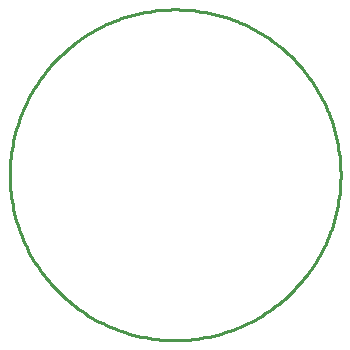
<source format=gbr>
G04 EAGLE Gerber X2 export*
%TF.Part,Single*%
%TF.FileFunction,Profile,NP*%
%TF.FilePolarity,Positive*%
%TF.GenerationSoftware,Autodesk,EAGLE,8.7.0*%
%TF.CreationDate,2018-03-12T13:44:09Z*%
G75*
%MOMM*%
%FSLAX34Y34*%
%LPD*%
%AMOC8*
5,1,8,0,0,1.08239X$1,22.5*%
G01*
%ADD10C,0.254000*%


D10*
X267719Y126581D02*
X267634Y123145D01*
X267466Y119713D01*
X267213Y116286D01*
X266876Y112867D01*
X266455Y109456D01*
X265951Y106057D01*
X265364Y102671D01*
X264693Y99301D01*
X263940Y95948D01*
X263105Y92615D01*
X262189Y89303D01*
X261191Y86015D01*
X260114Y82752D01*
X258956Y79517D01*
X257719Y76311D01*
X256404Y73136D01*
X255012Y69994D01*
X253542Y66888D01*
X251997Y63819D01*
X250378Y60788D01*
X248684Y57798D01*
X246917Y54851D01*
X245079Y51948D01*
X243170Y49090D01*
X241191Y46281D01*
X239144Y43521D01*
X237030Y40812D01*
X234850Y38156D01*
X232606Y35554D01*
X230298Y33008D01*
X227928Y30519D01*
X225499Y28089D01*
X223010Y25720D01*
X220464Y23412D01*
X217862Y21167D01*
X215205Y18987D01*
X212497Y16873D01*
X209736Y14826D01*
X206927Y12848D01*
X204070Y10939D01*
X201167Y9100D01*
X198219Y7334D01*
X195229Y5640D01*
X192199Y4020D01*
X189129Y2475D01*
X186023Y1006D01*
X182882Y-387D01*
X179707Y-1702D01*
X176501Y-2939D01*
X173265Y-4096D01*
X170003Y-5174D01*
X166714Y-6172D01*
X163402Y-7088D01*
X160069Y-7923D01*
X156716Y-8676D01*
X153346Y-9346D01*
X149960Y-9934D01*
X146561Y-10438D01*
X143151Y-10859D01*
X139731Y-11195D01*
X136304Y-11448D01*
X132872Y-11617D01*
X129437Y-11701D01*
X126000Y-11701D01*
X122565Y-11617D01*
X119133Y-11448D01*
X115706Y-11195D01*
X112286Y-10859D01*
X108876Y-10438D01*
X105477Y-9934D01*
X102091Y-9346D01*
X98721Y-8676D01*
X95368Y-7923D01*
X92035Y-7088D01*
X88723Y-6172D01*
X85435Y-5174D01*
X82172Y-4096D01*
X78936Y-2939D01*
X75730Y-1702D01*
X72556Y-387D01*
X69414Y1006D01*
X66308Y2475D01*
X63238Y4020D01*
X60208Y5640D01*
X57218Y7334D01*
X54270Y9100D01*
X51367Y10939D01*
X48510Y12848D01*
X45701Y14826D01*
X42941Y16873D01*
X40232Y18987D01*
X37575Y21167D01*
X34973Y23412D01*
X32427Y25720D01*
X29939Y28089D01*
X27509Y30519D01*
X25139Y33008D01*
X22832Y35554D01*
X20587Y38156D01*
X18407Y40812D01*
X16293Y43521D01*
X14246Y46281D01*
X12267Y49090D01*
X10358Y51948D01*
X8520Y54851D01*
X6753Y57798D01*
X5060Y60788D01*
X3440Y63819D01*
X1895Y66888D01*
X425Y69994D01*
X-967Y73136D01*
X-2282Y76311D01*
X-3519Y79517D01*
X-4676Y82752D01*
X-5754Y86015D01*
X-6752Y89303D01*
X-7668Y92615D01*
X-8503Y95948D01*
X-9256Y99301D01*
X-9927Y102671D01*
X-10514Y106057D01*
X-11018Y109456D01*
X-11439Y112867D01*
X-11776Y116286D01*
X-12029Y119713D01*
X-12197Y123145D01*
X-12281Y126581D01*
X-12281Y130017D01*
X-12197Y133452D01*
X-12029Y136884D01*
X-11776Y140311D01*
X-11439Y143731D01*
X-11018Y147142D01*
X-10514Y150541D01*
X-9927Y153926D01*
X-9256Y157297D01*
X-8503Y160649D01*
X-7668Y163983D01*
X-6752Y167295D01*
X-5754Y170583D01*
X-4676Y173846D01*
X-3519Y177081D01*
X-2282Y180287D01*
X-967Y183462D01*
X425Y186603D01*
X1895Y189710D01*
X3440Y192779D01*
X5060Y195810D01*
X6753Y198800D01*
X8520Y201747D01*
X10358Y204650D01*
X12267Y207507D01*
X14246Y210317D01*
X16293Y213077D01*
X18407Y215786D01*
X20587Y218442D01*
X22832Y221044D01*
X25139Y223590D01*
X27509Y226079D01*
X29939Y228509D01*
X32427Y230878D01*
X34973Y233186D01*
X37575Y235430D01*
X40232Y237610D01*
X42941Y239724D01*
X45701Y241771D01*
X48510Y243750D01*
X51367Y245659D01*
X54270Y247498D01*
X57218Y249264D01*
X60208Y250958D01*
X63238Y252578D01*
X66308Y254123D01*
X69414Y255592D01*
X72556Y256984D01*
X75730Y258299D01*
X78936Y259536D01*
X82172Y260694D01*
X85435Y261772D01*
X88723Y262769D01*
X92035Y263686D01*
X95368Y264521D01*
X98721Y265274D01*
X102091Y265944D01*
X105477Y266531D01*
X108876Y267036D01*
X112286Y267456D01*
X115706Y267793D01*
X119133Y268046D01*
X122565Y268215D01*
X126000Y268299D01*
X129437Y268299D01*
X132872Y268215D01*
X136304Y268046D01*
X139731Y267793D01*
X143151Y267456D01*
X146561Y267036D01*
X149960Y266531D01*
X153346Y265944D01*
X156716Y265274D01*
X160069Y264521D01*
X163402Y263686D01*
X166714Y262769D01*
X170003Y261772D01*
X173265Y260694D01*
X176501Y259536D01*
X179707Y258299D01*
X182882Y256984D01*
X186023Y255592D01*
X189129Y254123D01*
X192199Y252578D01*
X195229Y250958D01*
X198219Y249264D01*
X201167Y247498D01*
X204070Y245659D01*
X206927Y243750D01*
X209736Y241771D01*
X212497Y239724D01*
X215205Y237610D01*
X217862Y235430D01*
X220464Y233186D01*
X223010Y230878D01*
X225499Y228509D01*
X227928Y226079D01*
X230298Y223590D01*
X232606Y221044D01*
X234850Y218442D01*
X237030Y215786D01*
X239144Y213077D01*
X241191Y210317D01*
X243170Y207507D01*
X245079Y204650D01*
X246917Y201747D01*
X248684Y198800D01*
X250378Y195810D01*
X251997Y192779D01*
X253542Y189710D01*
X255012Y186603D01*
X256404Y183462D01*
X257719Y180287D01*
X258956Y177081D01*
X260114Y173846D01*
X261191Y170583D01*
X262189Y167295D01*
X263105Y163983D01*
X263940Y160649D01*
X264693Y157297D01*
X265364Y153926D01*
X265951Y150541D01*
X266455Y147142D01*
X266876Y143731D01*
X267213Y140311D01*
X267466Y136884D01*
X267634Y133452D01*
X267719Y130017D01*
X267719Y126581D01*
M02*

</source>
